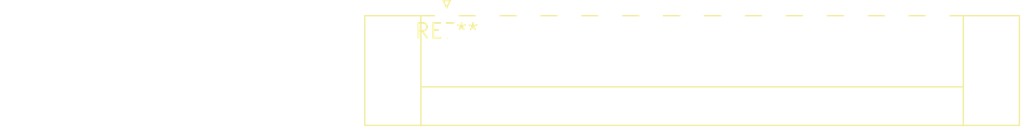
<source format=kicad_pcb>
(kicad_pcb (version 20240108) (generator pcbnew)
  (layers (0 "F.Cu" signal) (31 "B.Cu" signal) (34 "B.Paste" user) (35 "F.Paste" user) (36 "B.SilkS" user "B.Silkscreen") (37 "F.SilkS" user "F.Silkscreen") (38 "B.Mask" user) (39 "F.Mask" user) (44 "Edge.Cuts" user))
  (net 0 "")
  (footprint "PhoenixContact_MC_1,5_13-GF-3.5_1x13_P3.50mm_Horizontal_ThreadedFlange" (layer "F.Cu") (at 0 0)
    (property "Reference" "REF**")
    (property "Value" "PhoenixContact_MC_1,5_13-GF-3.5_1x13_P3.50mm_Horizontal_ThreadedFlange")
    (fp_line (start -7.01 -1.31) (end -7.01 8.11) (layer "F.SilkS") (stroke (width 0.12)))
    (fp_line (start -7.01 -1.31) (end -1.05 -1.31) (layer "F.SilkS") (stroke (width 0.12)))
    (fp_line (start -7.01 8.11) (end 49.01 8.11) (layer "F.SilkS") (stroke (width 0.12)))
    (fp_line (start -2.21 -1.31) (end -2.21 8.11) (layer "F.SilkS") (stroke (width 0.12)))
    (fp_line (start -2.21 4.8) (end 44.21 4.8) (layer "F.SilkS") (stroke (width 0.12)))
    (fp_line (start -0.3 -2.6) (end 0.3 -2.6) (layer "F.SilkS") (stroke (width 0.12)))
    (fp_line (start 0 -2) (end -0.3 -2.6) (layer "F.SilkS") (stroke (width 0.12)))
    (fp_line (start 0.3 -2.6) (end 0 -2) (layer "F.SilkS") (stroke (width 0.12)))
    (fp_line (start 1.05 -1.31) (end 2.45 -1.31) (layer "F.SilkS") (stroke (width 0.12)))
    (fp_line (start 4.55 -1.31) (end 5.95 -1.31) (layer "F.SilkS") (stroke (width 0.12)))
    (fp_line (start 8.05 -1.31) (end 9.45 -1.31) (layer "F.SilkS") (stroke (width 0.12)))
    (fp_line (start 11.55 -1.31) (end 12.95 -1.31) (layer "F.SilkS") (stroke (width 0.12)))
    (fp_line (start 15.05 -1.31) (end 16.45 -1.31) (layer "F.SilkS") (stroke (width 0.12)))
    (fp_line (start 18.55 -1.31) (end 19.95 -1.31) (layer "F.SilkS") (stroke (width 0.12)))
    (fp_line (start 22.05 -1.31) (end 23.45 -1.31) (layer "F.SilkS") (stroke (width 0.12)))
    (fp_line (start 25.55 -1.31) (end 26.95 -1.31) (layer "F.SilkS") (stroke (width 0.12)))
    (fp_line (start 29.05 -1.31) (end 30.45 -1.31) (layer "F.SilkS") (stroke (width 0.12)))
    (fp_line (start 32.55 -1.31) (end 33.95 -1.31) (layer "F.SilkS") (stroke (width 0.12)))
    (fp_line (start 36.05 -1.31) (end 37.45 -1.31) (layer "F.SilkS") (stroke (width 0.12)))
    (fp_line (start 39.55 -1.31) (end 40.95 -1.31) (layer "F.SilkS") (stroke (width 0.12)))
    (fp_line (start 44.21 -1.31) (end 44.21 8.11) (layer "F.SilkS") (stroke (width 0.12)))
    (fp_line (start 49.01 -1.31) (end 43.05 -1.31) (layer "F.SilkS") (stroke (width 0.12)))
    (fp_line (start 49.01 8.11) (end 49.01 -1.31) (layer "F.SilkS") (stroke (width 0.12)))
    (pad "1" thru_hole roundrect (at 0 0) (size 1.8 3.6) (drill 1.2) (layers *.Cu *.Mask) (remove_unused_layers) (roundrect_rratio 0.138889))
    (pad "2" thru_hole oval (at 3.5 0) (size 1.8 3.6) (drill 1.2) (layers *.Cu *.Mask) (remove_unused_layers))
    (pad "3" thru_hole oval (at 7 0) (size 1.8 3.6) (drill 1.2) (layers *.Cu *.Mask) (remove_unused_layers))
    (pad "4" thru_hole oval (at 10.5 0) (size 1.8 3.6) (drill 1.2) (layers *.Cu *.Mask) (remove_unused_layers))
    (pad "5" thru_hole oval (at 14 0) (size 1.8 3.6) (drill 1.2) (layers *.Cu *.Mask) (remove_unused_layers))
    (pad "6" thru_hole oval (at 17.5 0) (size 1.8 3.6) (drill 1.2) (layers *.Cu *.Mask) (remove_unused_layers))
    (pad "7" thru_hole oval (at 21 0) (size 1.8 3.6) (drill 1.2) (layers *.Cu *.Mask) (remove_unused_layers))
    (pad "8" thru_hole oval (at 24.5 0) (size 1.8 3.6) (drill 1.2) (layers *.Cu *.Mask) (remove_unused_layers))
    (pad "9" thru_hole oval (at 28 0) (size 1.8 3.6) (drill 1.2) (layers *.Cu *.Mask) (remove_unused_layers))
    (pad "10" thru_hole oval (at 31.5 0) (size 1.8 3.6) (drill 1.2) (layers *.Cu *.Mask) (remove_unused_layers))
    (pad "11" thru_hole oval (at 35 0) (size 1.8 3.6) (drill 1.2) (layers *.Cu *.Mask) (remove_unused_layers))
    (pad "12" thru_hole oval (at 38.5 0) (size 1.8 3.6) (drill 1.2) (layers *.Cu *.Mask) (remove_unused_layers))
    (pad "13" thru_hole oval (at 42 0) (size 1.8 3.6) (drill 1.2) (layers *.Cu *.Mask) (remove_unused_layers))
  )
)
</source>
